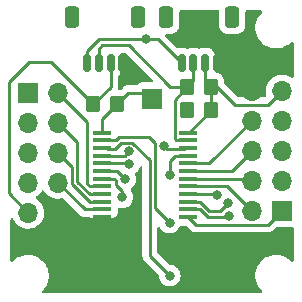
<source format=gbr>
%TF.GenerationSoftware,KiCad,Pcbnew,(6.0.7)*%
%TF.CreationDate,2022-10-11T20:39:03-05:00*%
%TF.ProjectId,PCA9535,50434139-3533-4352-9e6b-696361645f70,rev?*%
%TF.SameCoordinates,Original*%
%TF.FileFunction,Copper,L1,Top*%
%TF.FilePolarity,Positive*%
%FSLAX46Y46*%
G04 Gerber Fmt 4.6, Leading zero omitted, Abs format (unit mm)*
G04 Created by KiCad (PCBNEW (6.0.7)) date 2022-10-11 20:39:03*
%MOMM*%
%LPD*%
G01*
G04 APERTURE LIST*
G04 Aperture macros list*
%AMRoundRect*
0 Rectangle with rounded corners*
0 $1 Rounding radius*
0 $2 $3 $4 $5 $6 $7 $8 $9 X,Y pos of 4 corners*
0 Add a 4 corners polygon primitive as box body*
4,1,4,$2,$3,$4,$5,$6,$7,$8,$9,$2,$3,0*
0 Add four circle primitives for the rounded corners*
1,1,$1+$1,$2,$3*
1,1,$1+$1,$4,$5*
1,1,$1+$1,$6,$7*
1,1,$1+$1,$8,$9*
0 Add four rect primitives between the rounded corners*
20,1,$1+$1,$2,$3,$4,$5,0*
20,1,$1+$1,$4,$5,$6,$7,0*
20,1,$1+$1,$6,$7,$8,$9,0*
20,1,$1+$1,$8,$9,$2,$3,0*%
G04 Aperture macros list end*
%TA.AperFunction,SMDPad,CuDef*%
%ADD10RoundRect,0.250000X0.350000X0.650000X-0.350000X0.650000X-0.350000X-0.650000X0.350000X-0.650000X0*%
%TD*%
%TA.AperFunction,SMDPad,CuDef*%
%ADD11RoundRect,0.150000X0.150000X0.625000X-0.150000X0.625000X-0.150000X-0.625000X0.150000X-0.625000X0*%
%TD*%
%TA.AperFunction,SMDPad,CuDef*%
%ADD12R,1.639799X0.431000*%
%TD*%
%TA.AperFunction,SMDPad,CuDef*%
%ADD13RoundRect,0.250000X0.350000X0.450000X-0.350000X0.450000X-0.350000X-0.450000X0.350000X-0.450000X0*%
%TD*%
%TA.AperFunction,ComponentPad*%
%ADD14R,1.700000X1.700000*%
%TD*%
%TA.AperFunction,ComponentPad*%
%ADD15O,1.700000X1.700000*%
%TD*%
%TA.AperFunction,SMDPad,CuDef*%
%ADD16RoundRect,0.250000X-0.350000X-0.450000X0.350000X-0.450000X0.350000X0.450000X-0.350000X0.450000X0*%
%TD*%
%TA.AperFunction,ViaPad*%
%ADD17C,0.800000*%
%TD*%
%TA.AperFunction,Conductor*%
%ADD18C,0.250000*%
%TD*%
G04 APERTURE END LIST*
D10*
%TO.P,J2,MP*%
%TO.N,N/C*%
X169300000Y-75125000D03*
X163700000Y-75125000D03*
D11*
%TO.P,J2,4,Pin_4*%
%TO.N,SCL*%
X165000000Y-79000000D03*
%TO.P,J2,3,Pin_3*%
%TO.N,SDA*%
X166000000Y-79000000D03*
%TO.P,J2,2,Pin_2*%
%TO.N,+3.3V*%
X167000000Y-79000000D03*
%TO.P,J2,1,Pin_1*%
%TO.N,GND*%
X168000000Y-79000000D03*
%TD*%
%TO.P,J1,1,Pin_1*%
%TO.N,GND*%
X176000000Y-79000000D03*
%TO.P,J1,2,Pin_2*%
%TO.N,+3.3V*%
X175000000Y-79000000D03*
%TO.P,J1,3,Pin_3*%
%TO.N,SDA*%
X174000000Y-79000000D03*
%TO.P,J1,4,Pin_4*%
%TO.N,SCL*%
X173000000Y-79000000D03*
D10*
%TO.P,J1,MP*%
%TO.N,N/C*%
X171700000Y-75125000D03*
X177300000Y-75125000D03*
%TD*%
D12*
%TO.P,U1,1,\u002AINT*%
%TO.N,INT*%
X166286900Y-84877501D03*
%TO.P,U1,2,A1*%
%TO.N,A1*%
X166286900Y-85527500D03*
%TO.P,U1,3,A2*%
%TO.N,A2*%
X166286900Y-86177498D03*
%TO.P,U1,4,P00*%
%TO.N,P00*%
X166286900Y-86827499D03*
%TO.P,U1,5,P01*%
%TO.N,P01*%
X166286900Y-87477498D03*
%TO.P,U1,6,P02*%
%TO.N,P02*%
X166286900Y-88127499D03*
%TO.P,U1,7,P03*%
%TO.N,P03*%
X166286900Y-88777498D03*
%TO.P,U1,8,P04*%
%TO.N,P04*%
X166286900Y-89427499D03*
%TO.P,U1,9,P05*%
%TO.N,P05*%
X166286900Y-90077498D03*
%TO.P,U1,10,P06*%
%TO.N,P06*%
X166286900Y-90727499D03*
%TO.P,U1,11,P07*%
%TO.N,P07*%
X166286900Y-91377498D03*
%TO.P,U1,12,GND*%
%TO.N,GND*%
X166286900Y-92027499D03*
%TO.P,U1,13,P10*%
%TO.N,P10*%
X173551300Y-92027499D03*
%TO.P,U1,14,P11*%
%TO.N,P11*%
X173551300Y-91377500D03*
%TO.P,U1,15,P12*%
%TO.N,P12*%
X173551300Y-90727499D03*
%TO.P,U1,16,P13*%
%TO.N,P13*%
X173551300Y-90077501D03*
%TO.P,U1,17,P14*%
%TO.N,P14*%
X173551300Y-89427499D03*
%TO.P,U1,18,P15*%
%TO.N,P15*%
X173551300Y-88777501D03*
%TO.P,U1,19,P16*%
%TO.N,P16*%
X173551300Y-88127502D03*
%TO.P,U1,20,P17*%
%TO.N,P17*%
X173551300Y-87477501D03*
%TO.P,U1,21,A0*%
%TO.N,A0*%
X173551300Y-86827502D03*
%TO.P,U1,22,SCL*%
%TO.N,SCL*%
X173551300Y-86177501D03*
%TO.P,U1,23,SDA*%
%TO.N,SDA*%
X173551300Y-85527502D03*
%TO.P,U1,24,VCC*%
%TO.N,+3.3V*%
X173551300Y-84877501D03*
%TD*%
D13*
%TO.P,R1,1*%
%TO.N,+3.3V*%
X175500000Y-83000000D03*
%TO.P,R1,2*%
%TO.N,SCL*%
X173500000Y-83000000D03*
%TD*%
%TO.P,R2,1*%
%TO.N,+3.3V*%
X175500000Y-81000000D03*
%TO.P,R2,2*%
%TO.N,SDA*%
X173500000Y-81000000D03*
%TD*%
D14*
%TO.P,J6,1,Pin_1*%
%TO.N,P10*%
X181500000Y-91500000D03*
D15*
%TO.P,J6,2,Pin_2*%
%TO.N,P14*%
X178960000Y-91500000D03*
%TO.P,J6,3,Pin_3*%
%TO.N,P11*%
X181500000Y-88960000D03*
%TO.P,J6,4,Pin_4*%
%TO.N,P15*%
X178960000Y-88960000D03*
%TO.P,J6,5,Pin_5*%
%TO.N,P12*%
X181500000Y-86420000D03*
%TO.P,J6,6,Pin_6*%
%TO.N,P16*%
X178960000Y-86420000D03*
%TO.P,J6,7,Pin_7*%
%TO.N,P13*%
X181500000Y-83880000D03*
%TO.P,J6,8,Pin_8*%
%TO.N,P17*%
X178960000Y-83880000D03*
%TO.P,J6,9,Pin_9*%
%TO.N,+3.3V*%
X181500000Y-81340000D03*
%TO.P,J6,10,Pin_10*%
%TO.N,GND*%
X178960000Y-81340000D03*
%TD*%
D14*
%TO.P,J4,1,Pin_1*%
%TO.N,INT*%
X170500000Y-82000000D03*
%TD*%
%TO.P,J3,1,Pin_1*%
%TO.N,P00*%
X160000000Y-81500000D03*
D15*
%TO.P,J3,2,Pin_2*%
%TO.N,P04*%
X162540000Y-81500000D03*
%TO.P,J3,3,Pin_3*%
%TO.N,P01*%
X160000000Y-84040000D03*
%TO.P,J3,4,Pin_4*%
%TO.N,P05*%
X162540000Y-84040000D03*
%TO.P,J3,5,Pin_5*%
%TO.N,P02*%
X160000000Y-86580000D03*
%TO.P,J3,6,Pin_6*%
%TO.N,P06*%
X162540000Y-86580000D03*
%TO.P,J3,7,Pin_7*%
%TO.N,P03*%
X160000000Y-89120000D03*
%TO.P,J3,8,Pin_8*%
%TO.N,P07*%
X162540000Y-89120000D03*
%TO.P,J3,9,Pin_9*%
%TO.N,+3.3V*%
X160000000Y-91660000D03*
%TO.P,J3,10,Pin_10*%
%TO.N,GND*%
X162540000Y-91660000D03*
%TD*%
D16*
%TO.P,R3,1*%
%TO.N,+3.3V*%
X165500000Y-82500000D03*
%TO.P,R3,2*%
%TO.N,INT*%
X167500000Y-82500000D03*
%TD*%
D17*
%TO.N,GND*%
X169000000Y-79500000D03*
%TO.N,SCL*%
X173500000Y-83000000D03*
X170000000Y-77000000D03*
X171500000Y-86000000D03*
%TO.N,GND*%
X163166000Y-96448000D03*
X174342000Y-95178000D03*
%TO.N,P00*%
X168538534Y-86464740D03*
%TO.N,P01*%
X168584386Y-87535190D03*
%TO.N,P02*%
X168232512Y-88846070D03*
%TO.N,P03*%
X168000000Y-90352000D03*
%TO.N,P11*%
X177000000Y-91950500D03*
%TO.N,P12*%
X176911351Y-90862348D03*
%TO.N,P13*%
X176000000Y-90151999D03*
%TO.N,A1*%
X172000000Y-92500000D03*
%TO.N,A2*%
X172000000Y-97000000D03*
%TO.N,A0*%
X172000000Y-88500000D03*
%TD*%
D18*
%TO.N,SDA*%
X172406401Y-85418001D02*
X172406401Y-82093599D01*
X172406401Y-82093599D02*
X173500000Y-81000000D01*
%TO.N,+3.3V*%
X173551300Y-84877501D02*
X173622499Y-84877501D01*
X173622499Y-84877501D02*
X175500000Y-83000000D01*
X161925000Y-78925000D02*
X165500000Y-82500000D01*
X160075000Y-78925000D02*
X161925000Y-78925000D01*
X175000000Y-80500000D02*
X175500000Y-81000000D01*
X175000000Y-79000000D02*
X175000000Y-80500000D01*
%TO.N,SDA*%
X166000000Y-77803249D02*
X166000000Y-79000000D01*
X166303249Y-77500000D02*
X166000000Y-77803249D01*
X168531444Y-77500000D02*
X166303249Y-77500000D01*
X173500000Y-81000000D02*
X172031444Y-81000000D01*
X172031444Y-81000000D02*
X168531444Y-77500000D01*
X174000000Y-80500000D02*
X173500000Y-81000000D01*
X174000000Y-79000000D02*
X174000000Y-80500000D01*
%TO.N,SCL*%
X171000000Y-77000000D02*
X170000000Y-77000000D01*
X173000000Y-79000000D02*
X171000000Y-77000000D01*
X165000000Y-78000000D02*
X165000000Y-79000000D01*
X166000000Y-77000000D02*
X165000000Y-78000000D01*
X170000000Y-77000000D02*
X166000000Y-77000000D01*
%TO.N,INT*%
X168500000Y-81500000D02*
X170500000Y-81500000D01*
X167500000Y-82500000D02*
X168500000Y-81500000D01*
X166286900Y-83713100D02*
X167500000Y-82500000D01*
X166286900Y-84877501D02*
X166286900Y-83713100D01*
%TO.N,+3.3V*%
X167000000Y-81000000D02*
X167000000Y-79000000D01*
X165500000Y-82500000D02*
X167000000Y-81000000D01*
X160000000Y-91660000D02*
X158363557Y-90023557D01*
X158363557Y-90023557D02*
X158363557Y-80636443D01*
X177515000Y-82515000D02*
X180325000Y-82515000D01*
X175500000Y-80500000D02*
X175500000Y-82500000D01*
X180325000Y-82515000D02*
X181500000Y-81340000D01*
X158363557Y-80636443D02*
X160075000Y-78925000D01*
X175500000Y-80500000D02*
X177515000Y-82515000D01*
X175500000Y-82928801D02*
X175500000Y-82500000D01*
%TO.N,SDA*%
X172515902Y-85527502D02*
X172406401Y-85418001D01*
X173551300Y-85527502D02*
X172515902Y-85527502D01*
%TO.N,SCL*%
X171787002Y-86287002D02*
X173287002Y-86287002D01*
X171500000Y-86000000D02*
X171787002Y-86287002D01*
%TO.N,P00*%
X168538534Y-86464740D02*
X168175775Y-86827499D01*
X168175775Y-86827499D02*
X166286900Y-86827499D01*
%TO.N,P01*%
X168584386Y-87535190D02*
X168526694Y-87477498D01*
X168526694Y-87477498D02*
X166286900Y-87477498D01*
%TO.N,P02*%
X168232512Y-88846070D02*
X167513941Y-88127499D01*
X167513941Y-88127499D02*
X166286900Y-88127499D01*
%TO.N,P03*%
X168000000Y-89852000D02*
X167431799Y-89283799D01*
X168000000Y-90352000D02*
X168000000Y-89852000D01*
X167431799Y-89283799D02*
X167431799Y-88886999D01*
X167431799Y-88886999D02*
X167322298Y-88777498D01*
X167322298Y-88777498D02*
X166286900Y-88777498D01*
%TO.N,P04*%
X165000000Y-83960000D02*
X162540000Y-81500000D01*
X165217001Y-89427499D02*
X165000000Y-89210498D01*
X166286900Y-89427499D02*
X165217001Y-89427499D01*
X165000000Y-89210498D02*
X165000000Y-83960000D01*
%TO.N,P06*%
X163715000Y-89225498D02*
X163715000Y-87755000D01*
X165217001Y-90727499D02*
X163715000Y-89225498D01*
X163715000Y-87755000D02*
X162540000Y-86580000D01*
X166286900Y-90727499D02*
X165217001Y-90727499D01*
%TO.N,P07*%
X166286900Y-91377498D02*
X164797498Y-91377498D01*
X164797498Y-91377498D02*
X162540000Y-89120000D01*
%TO.N,P10*%
X180325000Y-92675000D02*
X181500000Y-91500000D01*
X173551300Y-92027499D02*
X174198801Y-92675000D01*
X174198801Y-92675000D02*
X180325000Y-92675000D01*
%TO.N,P11*%
X174586700Y-91377500D02*
X173551300Y-91377500D01*
X175209200Y-92000000D02*
X174586700Y-91377500D01*
X177000000Y-91950500D02*
X176950500Y-92000000D01*
X176950500Y-92000000D02*
X175209200Y-92000000D01*
%TO.N,P12*%
X174573095Y-90727499D02*
X173551300Y-90727499D01*
X175345596Y-91500000D02*
X174573095Y-90727499D01*
X176911351Y-90862348D02*
X176273699Y-91500000D01*
X176273699Y-91500000D02*
X175345596Y-91500000D01*
%TO.N,P13*%
X175925502Y-90077501D02*
X176000000Y-90151999D01*
X173551300Y-90077501D02*
X175925502Y-90077501D01*
%TO.N,P14*%
X176887499Y-89427499D02*
X178960000Y-91500000D01*
X173551300Y-89427499D02*
X176887499Y-89427499D01*
%TO.N,P15*%
X173551300Y-88777501D02*
X178777501Y-88777501D01*
X178777501Y-88777501D02*
X178960000Y-88960000D01*
%TO.N,P16*%
X173551300Y-88127502D02*
X177252498Y-88127502D01*
X177252498Y-88127502D02*
X178960000Y-86420000D01*
%TO.N,P17*%
X175362499Y-87477501D02*
X178960000Y-83880000D01*
X173551300Y-87477501D02*
X175362499Y-87477501D01*
%TO.N,A1*%
X167736593Y-85238102D02*
X167447195Y-85527500D01*
X170238102Y-85238102D02*
X167736593Y-85238102D01*
X167447195Y-85527500D02*
X166286900Y-85527500D01*
X170775000Y-85775000D02*
X170238102Y-85238102D01*
X170775000Y-91275000D02*
X170775000Y-85775000D01*
X172000000Y-92500000D02*
X170775000Y-91275000D01*
%TO.N,A2*%
X170325000Y-95325000D02*
X170325000Y-87225901D01*
X167324092Y-86286999D02*
X166713001Y-86286999D01*
X172000000Y-97000000D02*
X170325000Y-95325000D01*
X168838839Y-85739740D02*
X167871351Y-85739740D01*
X170325000Y-87225901D02*
X168838839Y-85739740D01*
X167871351Y-85739740D02*
X167324092Y-86286999D01*
%TO.N,P05*%
X164165000Y-89025497D02*
X164165000Y-85665000D01*
X165217001Y-90077498D02*
X164165000Y-89025497D01*
X166286900Y-90077498D02*
X165217001Y-90077498D01*
X164165000Y-85665000D02*
X162540000Y-84040000D01*
%TO.N,A0*%
X173551300Y-86827502D02*
X172481401Y-86827502D01*
X172000000Y-87308903D02*
X172000000Y-88500000D01*
X172481401Y-86827502D02*
X172000000Y-87308903D01*
%TD*%
%TA.AperFunction,Conductor*%
%TO.N,GND*%
G36*
X169621094Y-87750270D02*
G01*
X169673400Y-87798276D01*
X169691500Y-87863342D01*
X169691500Y-95246233D01*
X169690973Y-95257416D01*
X169689298Y-95264909D01*
X169689547Y-95272835D01*
X169689547Y-95272836D01*
X169691438Y-95332986D01*
X169691500Y-95336945D01*
X169691500Y-95364856D01*
X169691997Y-95368790D01*
X169691997Y-95368791D01*
X169692005Y-95368856D01*
X169692938Y-95380693D01*
X169694327Y-95424889D01*
X169699978Y-95444339D01*
X169703987Y-95463700D01*
X169706526Y-95483797D01*
X169709445Y-95491168D01*
X169709445Y-95491170D01*
X169722804Y-95524912D01*
X169726649Y-95536142D01*
X169738982Y-95578593D01*
X169743015Y-95585412D01*
X169743017Y-95585417D01*
X169749293Y-95596028D01*
X169757988Y-95613776D01*
X169765448Y-95632617D01*
X169770110Y-95639033D01*
X169770110Y-95639034D01*
X169791436Y-95668387D01*
X169797952Y-95678307D01*
X169812712Y-95703264D01*
X169820458Y-95716362D01*
X169834779Y-95730683D01*
X169847619Y-95745716D01*
X169859528Y-95762107D01*
X169885521Y-95783610D01*
X169893605Y-95790298D01*
X169902384Y-95798288D01*
X171052878Y-96948782D01*
X171086904Y-97011094D01*
X171089093Y-97024707D01*
X171102650Y-97153693D01*
X171106458Y-97189928D01*
X171165473Y-97371556D01*
X171260960Y-97536944D01*
X171265378Y-97541851D01*
X171265379Y-97541852D01*
X171368292Y-97656148D01*
X171388747Y-97678866D01*
X171543248Y-97791118D01*
X171549276Y-97793802D01*
X171549278Y-97793803D01*
X171686568Y-97854928D01*
X171717712Y-97868794D01*
X171811112Y-97888647D01*
X171898056Y-97907128D01*
X171898061Y-97907128D01*
X171904513Y-97908500D01*
X172095487Y-97908500D01*
X172101939Y-97907128D01*
X172101944Y-97907128D01*
X172188888Y-97888647D01*
X172282288Y-97868794D01*
X172313432Y-97854928D01*
X172450722Y-97793803D01*
X172450724Y-97793802D01*
X172456752Y-97791118D01*
X172611253Y-97678866D01*
X172631708Y-97656148D01*
X172734621Y-97541852D01*
X172734622Y-97541851D01*
X172739040Y-97536944D01*
X172834527Y-97371556D01*
X172893542Y-97189928D01*
X172896866Y-97158308D01*
X172912814Y-97006565D01*
X172913504Y-97000000D01*
X172897842Y-96850980D01*
X172894232Y-96816635D01*
X172894232Y-96816633D01*
X172893542Y-96810072D01*
X172834527Y-96628444D01*
X172739040Y-96463056D01*
X172662617Y-96378179D01*
X172615675Y-96326045D01*
X172615674Y-96326044D01*
X172611253Y-96321134D01*
X172456752Y-96208882D01*
X172450724Y-96206198D01*
X172450722Y-96206197D01*
X172288319Y-96133891D01*
X172288318Y-96133891D01*
X172282288Y-96131206D01*
X172178683Y-96109184D01*
X172101944Y-96092872D01*
X172101939Y-96092872D01*
X172095487Y-96091500D01*
X172039594Y-96091500D01*
X171971473Y-96071498D01*
X171950503Y-96054599D01*
X170995403Y-95099498D01*
X170961379Y-95037188D01*
X170958500Y-95010405D01*
X170958500Y-92983306D01*
X170978502Y-92915185D01*
X171032158Y-92868692D01*
X171102432Y-92858588D01*
X171167012Y-92888082D01*
X171193619Y-92920306D01*
X171260960Y-93036944D01*
X171265378Y-93041851D01*
X171265379Y-93041852D01*
X171384325Y-93173955D01*
X171388747Y-93178866D01*
X171456049Y-93227764D01*
X171534873Y-93285033D01*
X171543248Y-93291118D01*
X171549276Y-93293802D01*
X171549278Y-93293803D01*
X171592890Y-93313220D01*
X171717712Y-93368794D01*
X171811113Y-93388647D01*
X171898056Y-93407128D01*
X171898061Y-93407128D01*
X171904513Y-93408500D01*
X172095487Y-93408500D01*
X172101939Y-93407128D01*
X172101944Y-93407128D01*
X172188888Y-93388647D01*
X172282288Y-93368794D01*
X172407110Y-93313220D01*
X172450722Y-93293803D01*
X172450724Y-93293802D01*
X172456752Y-93291118D01*
X172465128Y-93285033D01*
X172543951Y-93227764D01*
X172611253Y-93178866D01*
X172615675Y-93173955D01*
X172734621Y-93041852D01*
X172734622Y-93041851D01*
X172739040Y-93036944D01*
X172820758Y-92895405D01*
X172831223Y-92877279D01*
X172831224Y-92877278D01*
X172834527Y-92871556D01*
X172845247Y-92838563D01*
X172885320Y-92779957D01*
X172950717Y-92752320D01*
X172965080Y-92751499D01*
X173327206Y-92751499D01*
X173395327Y-92771501D01*
X173416301Y-92788404D01*
X173695144Y-93067247D01*
X173702688Y-93075537D01*
X173706801Y-93082018D01*
X173712578Y-93087443D01*
X173756468Y-93128658D01*
X173759310Y-93131413D01*
X173779032Y-93151135D01*
X173782174Y-93153572D01*
X173782234Y-93153619D01*
X173791246Y-93161317D01*
X173814954Y-93183580D01*
X173823480Y-93191586D01*
X173830423Y-93195403D01*
X173841232Y-93201345D01*
X173857754Y-93212198D01*
X173873760Y-93224614D01*
X173881038Y-93227764D01*
X173881039Y-93227764D01*
X173914338Y-93242174D01*
X173924988Y-93247391D01*
X173963741Y-93268695D01*
X173971416Y-93270666D01*
X173971417Y-93270666D01*
X173983363Y-93273733D01*
X174002068Y-93280137D01*
X174020656Y-93288181D01*
X174028479Y-93289420D01*
X174028489Y-93289423D01*
X174064325Y-93295099D01*
X174075945Y-93297505D01*
X174107760Y-93305673D01*
X174118771Y-93308500D01*
X174139025Y-93308500D01*
X174158735Y-93310051D01*
X174178744Y-93313220D01*
X174186636Y-93312474D01*
X174205381Y-93310702D01*
X174222763Y-93309059D01*
X174234620Y-93308500D01*
X180246233Y-93308500D01*
X180257416Y-93309027D01*
X180264909Y-93310702D01*
X180272835Y-93310453D01*
X180272836Y-93310453D01*
X180332986Y-93308562D01*
X180336945Y-93308500D01*
X180364856Y-93308500D01*
X180368791Y-93308003D01*
X180368856Y-93307995D01*
X180380693Y-93307062D01*
X180412951Y-93306048D01*
X180416970Y-93305922D01*
X180424889Y-93305673D01*
X180444343Y-93300021D01*
X180463700Y-93296013D01*
X180475930Y-93294468D01*
X180475931Y-93294468D01*
X180483797Y-93293474D01*
X180491168Y-93290555D01*
X180491170Y-93290555D01*
X180524912Y-93277196D01*
X180536142Y-93273351D01*
X180570983Y-93263229D01*
X180570984Y-93263229D01*
X180578593Y-93261018D01*
X180585412Y-93256985D01*
X180585417Y-93256983D01*
X180596028Y-93250707D01*
X180613776Y-93242012D01*
X180632617Y-93234552D01*
X180668387Y-93208564D01*
X180678307Y-93202048D01*
X180709535Y-93183580D01*
X180709538Y-93183578D01*
X180716362Y-93179542D01*
X180730683Y-93165221D01*
X180745717Y-93152380D01*
X180747431Y-93151135D01*
X180762107Y-93140472D01*
X180790298Y-93106395D01*
X180798288Y-93097616D01*
X181000499Y-92895405D01*
X181062811Y-92861379D01*
X181089594Y-92858500D01*
X182365500Y-92858500D01*
X182433621Y-92878502D01*
X182480114Y-92932158D01*
X182491500Y-92984500D01*
X182491500Y-95699708D01*
X182471498Y-95767829D01*
X182417842Y-95814322D01*
X182347568Y-95824426D01*
X182282988Y-95794932D01*
X182271497Y-95783610D01*
X182224982Y-95731494D01*
X182024030Y-95564363D01*
X181903412Y-95491170D01*
X181804578Y-95431196D01*
X181804574Y-95431194D01*
X181800581Y-95428771D01*
X181559545Y-95327697D01*
X181306217Y-95263359D01*
X181301566Y-95262891D01*
X181301562Y-95262890D01*
X181092271Y-95241816D01*
X181089133Y-95241500D01*
X180933646Y-95241500D01*
X180931321Y-95241673D01*
X180931315Y-95241673D01*
X180744000Y-95255593D01*
X180743996Y-95255594D01*
X180739348Y-95255939D01*
X180734800Y-95256968D01*
X180734794Y-95256969D01*
X180548399Y-95299147D01*
X180484423Y-95313623D01*
X180480071Y-95315315D01*
X180480069Y-95315316D01*
X180245176Y-95406660D01*
X180245173Y-95406661D01*
X180240823Y-95408353D01*
X180236769Y-95410670D01*
X180236767Y-95410671D01*
X180161200Y-95453861D01*
X180013902Y-95538049D01*
X179808643Y-95699862D01*
X179629557Y-95890237D01*
X179480576Y-96104991D01*
X179478510Y-96109181D01*
X179478508Y-96109184D01*
X179429343Y-96208882D01*
X179364975Y-96339407D01*
X179363553Y-96343850D01*
X179363552Y-96343852D01*
X179286720Y-96583877D01*
X179285293Y-96588335D01*
X179243279Y-96846307D01*
X179239858Y-97107655D01*
X179275104Y-97366638D01*
X179276412Y-97371124D01*
X179276412Y-97371126D01*
X179296098Y-97438664D01*
X179348243Y-97617567D01*
X179457668Y-97854928D01*
X179481197Y-97890816D01*
X179598410Y-98069596D01*
X179598414Y-98069601D01*
X179600976Y-98073509D01*
X179775018Y-98268506D01*
X179778611Y-98271494D01*
X179781978Y-98274746D01*
X179780400Y-98276380D01*
X179814782Y-98327680D01*
X179816149Y-98398663D01*
X179778923Y-98459118D01*
X179714922Y-98489849D01*
X179694592Y-98491500D01*
X161302859Y-98491500D01*
X161234738Y-98471498D01*
X161188245Y-98417842D01*
X161178141Y-98347568D01*
X161211084Y-98279167D01*
X161367237Y-98113171D01*
X161370443Y-98109763D01*
X161519424Y-97895009D01*
X161569333Y-97793803D01*
X161632960Y-97664781D01*
X161632961Y-97664778D01*
X161635025Y-97660593D01*
X161676436Y-97531226D01*
X161713280Y-97416123D01*
X161714707Y-97411665D01*
X161756721Y-97153693D01*
X161760142Y-96892345D01*
X161724896Y-96633362D01*
X161721795Y-96622721D01*
X161653068Y-96386932D01*
X161651757Y-96382433D01*
X161542332Y-96145072D01*
X161483013Y-96054595D01*
X161401590Y-95930404D01*
X161401586Y-95930399D01*
X161399024Y-95926491D01*
X161224982Y-95731494D01*
X161024030Y-95564363D01*
X160903412Y-95491170D01*
X160804578Y-95431196D01*
X160804574Y-95431194D01*
X160800581Y-95428771D01*
X160559545Y-95327697D01*
X160306217Y-95263359D01*
X160301566Y-95262891D01*
X160301562Y-95262890D01*
X160092271Y-95241816D01*
X160089133Y-95241500D01*
X159933646Y-95241500D01*
X159931321Y-95241673D01*
X159931315Y-95241673D01*
X159744000Y-95255593D01*
X159743996Y-95255594D01*
X159739348Y-95255939D01*
X159734800Y-95256968D01*
X159734794Y-95256969D01*
X159548399Y-95299147D01*
X159484423Y-95313623D01*
X159480071Y-95315315D01*
X159480069Y-95315316D01*
X159245176Y-95406660D01*
X159245173Y-95406661D01*
X159240823Y-95408353D01*
X159236769Y-95410670D01*
X159236767Y-95410671D01*
X159161200Y-95453861D01*
X159013902Y-95538049D01*
X158808643Y-95699862D01*
X158787843Y-95721973D01*
X158726275Y-95787422D01*
X158665031Y-95823334D01*
X158594093Y-95820434D01*
X158535985Y-95779643D01*
X158509154Y-95713912D01*
X158508500Y-95701089D01*
X158508500Y-92243156D01*
X158528502Y-92175035D01*
X158582158Y-92128542D01*
X158652432Y-92118438D01*
X158717012Y-92147932D01*
X158751243Y-92195752D01*
X158770492Y-92243156D01*
X158783266Y-92274616D01*
X158899987Y-92465088D01*
X159046250Y-92633938D01*
X159218126Y-92776632D01*
X159411000Y-92889338D01*
X159619692Y-92969030D01*
X159624760Y-92970061D01*
X159624763Y-92970062D01*
X159689860Y-92983306D01*
X159838597Y-93013567D01*
X159843772Y-93013757D01*
X159843774Y-93013757D01*
X160056673Y-93021564D01*
X160056677Y-93021564D01*
X160061837Y-93021753D01*
X160066957Y-93021097D01*
X160066959Y-93021097D01*
X160278288Y-92994025D01*
X160278289Y-92994025D01*
X160283416Y-92993368D01*
X160288366Y-92991883D01*
X160492429Y-92930661D01*
X160492434Y-92930659D01*
X160497384Y-92929174D01*
X160697994Y-92830896D01*
X160879860Y-92701173D01*
X160891145Y-92689928D01*
X161034435Y-92547137D01*
X161038096Y-92543489D01*
X161097594Y-92460689D01*
X161165435Y-92366277D01*
X161168453Y-92362077D01*
X161250656Y-92195752D01*
X161265136Y-92166453D01*
X161265137Y-92166451D01*
X161267430Y-92161811D01*
X161319424Y-91990679D01*
X161330865Y-91953023D01*
X161330865Y-91953021D01*
X161332370Y-91948069D01*
X161361529Y-91726590D01*
X161363156Y-91660000D01*
X161344852Y-91437361D01*
X161290431Y-91220702D01*
X161201354Y-91015840D01*
X161161906Y-90954862D01*
X161082822Y-90832617D01*
X161082820Y-90832614D01*
X161080014Y-90828277D01*
X160929670Y-90663051D01*
X160925619Y-90659852D01*
X160925615Y-90659848D01*
X160758414Y-90527800D01*
X160758410Y-90527798D01*
X160754359Y-90524598D01*
X160713053Y-90501796D01*
X160663084Y-90451364D01*
X160648312Y-90381921D01*
X160673428Y-90315516D01*
X160700780Y-90288909D01*
X160746022Y-90256638D01*
X160879860Y-90161173D01*
X161038096Y-90003489D01*
X161054656Y-89980444D01*
X161168453Y-89822077D01*
X161169776Y-89823028D01*
X161216645Y-89779857D01*
X161286580Y-89767625D01*
X161352026Y-89795144D01*
X161379875Y-89826994D01*
X161439987Y-89925088D01*
X161586250Y-90093938D01*
X161758126Y-90236632D01*
X161951000Y-90349338D01*
X162159692Y-90429030D01*
X162164760Y-90430061D01*
X162164763Y-90430062D01*
X162269466Y-90451364D01*
X162378597Y-90473567D01*
X162383772Y-90473757D01*
X162383774Y-90473757D01*
X162596673Y-90481564D01*
X162596677Y-90481564D01*
X162601837Y-90481753D01*
X162606957Y-90481097D01*
X162606959Y-90481097D01*
X162818288Y-90454025D01*
X162818289Y-90454025D01*
X162823416Y-90453368D01*
X162828367Y-90451883D01*
X162828370Y-90451882D01*
X162869829Y-90439444D01*
X162940825Y-90439028D01*
X162995131Y-90471035D01*
X164293841Y-91769745D01*
X164301385Y-91778035D01*
X164305498Y-91784516D01*
X164311275Y-91789941D01*
X164355165Y-91831156D01*
X164358007Y-91833911D01*
X164377728Y-91853632D01*
X164380923Y-91856110D01*
X164389945Y-91863816D01*
X164422177Y-91894084D01*
X164429126Y-91897904D01*
X164439930Y-91903844D01*
X164456454Y-91914697D01*
X164472457Y-91927111D01*
X164513041Y-91944674D01*
X164523671Y-91949881D01*
X164562438Y-91971193D01*
X164570115Y-91973164D01*
X164570120Y-91973166D01*
X164582056Y-91976230D01*
X164600764Y-91982635D01*
X164619353Y-91990679D01*
X164627181Y-91991919D01*
X164627188Y-91991921D01*
X164663022Y-91997597D01*
X164674642Y-92000003D01*
X164709787Y-92009026D01*
X164717468Y-92010998D01*
X164737722Y-92010998D01*
X164757432Y-92012549D01*
X164777441Y-92015718D01*
X164785333Y-92014972D01*
X164821459Y-92011557D01*
X164833317Y-92010998D01*
X165134803Y-92010998D01*
X165202924Y-92031000D01*
X165210370Y-92036174D01*
X165220296Y-92043613D01*
X165356685Y-92094743D01*
X165418867Y-92101498D01*
X167154933Y-92101498D01*
X167217115Y-92094743D01*
X167353504Y-92043613D01*
X167470060Y-91956259D01*
X167557414Y-91839703D01*
X167608544Y-91703314D01*
X167615299Y-91641132D01*
X167615299Y-91354623D01*
X167635301Y-91286502D01*
X167688957Y-91240009D01*
X167759231Y-91229905D01*
X167767496Y-91231376D01*
X167898056Y-91259128D01*
X167898061Y-91259128D01*
X167904513Y-91260500D01*
X168095487Y-91260500D01*
X168101939Y-91259128D01*
X168101944Y-91259128D01*
X168191889Y-91240009D01*
X168282288Y-91220794D01*
X168293159Y-91215954D01*
X168450722Y-91145803D01*
X168450724Y-91145802D01*
X168456752Y-91143118D01*
X168611253Y-91030866D01*
X168620506Y-91020590D01*
X168734621Y-90893852D01*
X168734622Y-90893851D01*
X168739040Y-90888944D01*
X168834527Y-90723556D01*
X168893542Y-90541928D01*
X168895364Y-90524598D01*
X168912814Y-90358565D01*
X168913504Y-90352000D01*
X168901653Y-90239242D01*
X168894232Y-90168635D01*
X168894232Y-90168633D01*
X168893542Y-90162072D01*
X168834527Y-89980444D01*
X168739040Y-89815056D01*
X168716173Y-89789659D01*
X168685457Y-89725655D01*
X168694220Y-89655201D01*
X168735749Y-89603415D01*
X168830806Y-89534351D01*
X168843765Y-89524936D01*
X168913327Y-89447680D01*
X168967133Y-89387922D01*
X168967134Y-89387921D01*
X168971552Y-89383014D01*
X169067039Y-89217626D01*
X169126054Y-89035998D01*
X169146016Y-88846070D01*
X169126054Y-88656142D01*
X169067039Y-88474514D01*
X169055829Y-88455098D01*
X169039092Y-88386102D01*
X169062313Y-88319011D01*
X169090887Y-88290163D01*
X169095681Y-88286680D01*
X169195639Y-88214056D01*
X169299775Y-88098401D01*
X169319007Y-88077042D01*
X169319008Y-88077041D01*
X169323426Y-88072134D01*
X169388151Y-87960027D01*
X169415609Y-87912469D01*
X169415610Y-87912468D01*
X169418913Y-87906746D01*
X169445667Y-87824406D01*
X169485741Y-87765800D01*
X169551137Y-87738163D01*
X169621094Y-87750270D01*
G37*
%TD.AperFunction*%
%TA.AperFunction,Conductor*%
G36*
X176133621Y-74528502D02*
G01*
X176180114Y-74582158D01*
X176191500Y-74634500D01*
X176191500Y-75825400D01*
X176202474Y-75931166D01*
X176258450Y-76098946D01*
X176351522Y-76249348D01*
X176476697Y-76374305D01*
X176482927Y-76378145D01*
X176482928Y-76378146D01*
X176620090Y-76462694D01*
X176627262Y-76467115D01*
X176700546Y-76491422D01*
X176788611Y-76520632D01*
X176788613Y-76520632D01*
X176795139Y-76522797D01*
X176801975Y-76523497D01*
X176801978Y-76523498D01*
X176845031Y-76527909D01*
X176899600Y-76533500D01*
X177700400Y-76533500D01*
X177703646Y-76533163D01*
X177703650Y-76533163D01*
X177799308Y-76523238D01*
X177799312Y-76523237D01*
X177806166Y-76522526D01*
X177812702Y-76520345D01*
X177812704Y-76520345D01*
X177963827Y-76469926D01*
X177973946Y-76466550D01*
X178124348Y-76373478D01*
X178249305Y-76248303D01*
X178310504Y-76149020D01*
X178338275Y-76103968D01*
X178338276Y-76103966D01*
X178342115Y-76097738D01*
X178397797Y-75929861D01*
X178408500Y-75825400D01*
X178408500Y-74634500D01*
X178428502Y-74566379D01*
X178482158Y-74519886D01*
X178534500Y-74508500D01*
X179697141Y-74508500D01*
X179765262Y-74528502D01*
X179811755Y-74582158D01*
X179821859Y-74652432D01*
X179788916Y-74720832D01*
X179629557Y-74890237D01*
X179480576Y-75104991D01*
X179364975Y-75339407D01*
X179285293Y-75588335D01*
X179243279Y-75846307D01*
X179239858Y-76107655D01*
X179275104Y-76366638D01*
X179276412Y-76371124D01*
X179276412Y-76371126D01*
X179294444Y-76432992D01*
X179348243Y-76617567D01*
X179457668Y-76854928D01*
X179460231Y-76858837D01*
X179598410Y-77069596D01*
X179598414Y-77069601D01*
X179600976Y-77073509D01*
X179775018Y-77268506D01*
X179975970Y-77435637D01*
X179979973Y-77438066D01*
X180195422Y-77568804D01*
X180195426Y-77568806D01*
X180199419Y-77571229D01*
X180440455Y-77672303D01*
X180693783Y-77736641D01*
X180698434Y-77737109D01*
X180698438Y-77737110D01*
X180891308Y-77756531D01*
X180910867Y-77758500D01*
X181066354Y-77758500D01*
X181068679Y-77758327D01*
X181068685Y-77758327D01*
X181256000Y-77744407D01*
X181256004Y-77744406D01*
X181260652Y-77744061D01*
X181265200Y-77743032D01*
X181265206Y-77743031D01*
X181472170Y-77696199D01*
X181515577Y-77686377D01*
X181551769Y-77672303D01*
X181754824Y-77593340D01*
X181754827Y-77593339D01*
X181759177Y-77591647D01*
X181773684Y-77583356D01*
X181925907Y-77496353D01*
X181986098Y-77461951D01*
X182191357Y-77300138D01*
X182273725Y-77212578D01*
X182334969Y-77176666D01*
X182405907Y-77179566D01*
X182464015Y-77220357D01*
X182490846Y-77286088D01*
X182491500Y-77298911D01*
X182491500Y-80131817D01*
X182471498Y-80199938D01*
X182417842Y-80246431D01*
X182347568Y-80256535D01*
X182287407Y-80230698D01*
X182258415Y-80207801D01*
X182258413Y-80207800D01*
X182254359Y-80204598D01*
X182245918Y-80199938D01*
X182161778Y-80153491D01*
X182058789Y-80096638D01*
X182053920Y-80094914D01*
X182053916Y-80094912D01*
X181853087Y-80023795D01*
X181853083Y-80023794D01*
X181848212Y-80022069D01*
X181843119Y-80021162D01*
X181843116Y-80021161D01*
X181633373Y-79983800D01*
X181633367Y-79983799D01*
X181628284Y-79982894D01*
X181554452Y-79981992D01*
X181410081Y-79980228D01*
X181410079Y-79980228D01*
X181404911Y-79980165D01*
X181184091Y-80013955D01*
X180971756Y-80083357D01*
X180941443Y-80099137D01*
X180860065Y-80141500D01*
X180773607Y-80186507D01*
X180769474Y-80189610D01*
X180769471Y-80189612D01*
X180644681Y-80283307D01*
X180594965Y-80320635D01*
X180591393Y-80324373D01*
X180445033Y-80477530D01*
X180440629Y-80482138D01*
X180314743Y-80666680D01*
X180276299Y-80749500D01*
X180222897Y-80864547D01*
X180220688Y-80869305D01*
X180160989Y-81084570D01*
X180137251Y-81306695D01*
X180150110Y-81529715D01*
X180151247Y-81534761D01*
X180151248Y-81534767D01*
X180183453Y-81677668D01*
X180178917Y-81748520D01*
X180149631Y-81794464D01*
X180099500Y-81844595D01*
X180037188Y-81878621D01*
X180010405Y-81881500D01*
X177829595Y-81881500D01*
X177761474Y-81861498D01*
X177740500Y-81844595D01*
X176645405Y-80749500D01*
X176611379Y-80687188D01*
X176608500Y-80660405D01*
X176608500Y-80499600D01*
X176606532Y-80480635D01*
X176598238Y-80400692D01*
X176598237Y-80400688D01*
X176597526Y-80393834D01*
X176582773Y-80349612D01*
X176543868Y-80233002D01*
X176541550Y-80226054D01*
X176448478Y-80075652D01*
X176323303Y-79950695D01*
X176233642Y-79895427D01*
X176178968Y-79861725D01*
X176178966Y-79861724D01*
X176172738Y-79857885D01*
X176092995Y-79831436D01*
X176011389Y-79804368D01*
X176011387Y-79804368D01*
X176004861Y-79802203D01*
X175998025Y-79801503D01*
X175998022Y-79801502D01*
X175921657Y-79793678D01*
X175855930Y-79766837D01*
X175815148Y-79708722D01*
X175808500Y-79668334D01*
X175808500Y-78308498D01*
X175808144Y-78303973D01*
X175806067Y-78277579D01*
X175806066Y-78277574D01*
X175805562Y-78271169D01*
X175759145Y-78111399D01*
X175684381Y-77984980D01*
X175678491Y-77975020D01*
X175678489Y-77975017D01*
X175674453Y-77968193D01*
X175556807Y-77850547D01*
X175549983Y-77846511D01*
X175549980Y-77846509D01*
X175420427Y-77769892D01*
X175420425Y-77769891D01*
X175413601Y-77765855D01*
X175405990Y-77763644D01*
X175405988Y-77763643D01*
X175335039Y-77743031D01*
X175253831Y-77719438D01*
X175247426Y-77718934D01*
X175247421Y-77718933D01*
X175218958Y-77716693D01*
X175218950Y-77716693D01*
X175216502Y-77716500D01*
X174783498Y-77716500D01*
X174781050Y-77716693D01*
X174781042Y-77716693D01*
X174752579Y-77718933D01*
X174752574Y-77718934D01*
X174746169Y-77719438D01*
X174664961Y-77743031D01*
X174594012Y-77763643D01*
X174594010Y-77763644D01*
X174586399Y-77765855D01*
X174579576Y-77769890D01*
X174579574Y-77769891D01*
X174564137Y-77779020D01*
X174495321Y-77796478D01*
X174435863Y-77779020D01*
X174420426Y-77769891D01*
X174420424Y-77769890D01*
X174413601Y-77765855D01*
X174405990Y-77763644D01*
X174405988Y-77763643D01*
X174335039Y-77743031D01*
X174253831Y-77719438D01*
X174247426Y-77718934D01*
X174247421Y-77718933D01*
X174218958Y-77716693D01*
X174218950Y-77716693D01*
X174216502Y-77716500D01*
X173783498Y-77716500D01*
X173781050Y-77716693D01*
X173781042Y-77716693D01*
X173752579Y-77718933D01*
X173752574Y-77718934D01*
X173746169Y-77719438D01*
X173664961Y-77743031D01*
X173594012Y-77763643D01*
X173594010Y-77763644D01*
X173586399Y-77765855D01*
X173579576Y-77769890D01*
X173579574Y-77769891D01*
X173564137Y-77779020D01*
X173495321Y-77796478D01*
X173435863Y-77779020D01*
X173420426Y-77769891D01*
X173420424Y-77769890D01*
X173413601Y-77765855D01*
X173405990Y-77763644D01*
X173405988Y-77763643D01*
X173335039Y-77743031D01*
X173253831Y-77719438D01*
X173247426Y-77718934D01*
X173247421Y-77718933D01*
X173218958Y-77716693D01*
X173218950Y-77716693D01*
X173216502Y-77716500D01*
X172783498Y-77716500D01*
X172781050Y-77716693D01*
X172781042Y-77716693D01*
X172752579Y-77718933D01*
X172752574Y-77718934D01*
X172746169Y-77719438D01*
X172739997Y-77721231D01*
X172739992Y-77721232D01*
X172722901Y-77726198D01*
X172717050Y-77727898D01*
X172716351Y-77728101D01*
X172645355Y-77727898D01*
X172592105Y-77696201D01*
X171644498Y-76748593D01*
X171610474Y-76686283D01*
X171615539Y-76615467D01*
X171658086Y-76558632D01*
X171724606Y-76533821D01*
X171733595Y-76533500D01*
X172100400Y-76533500D01*
X172103646Y-76533163D01*
X172103650Y-76533163D01*
X172199308Y-76523238D01*
X172199312Y-76523237D01*
X172206166Y-76522526D01*
X172212702Y-76520345D01*
X172212704Y-76520345D01*
X172363827Y-76469926D01*
X172373946Y-76466550D01*
X172524348Y-76373478D01*
X172649305Y-76248303D01*
X172710504Y-76149020D01*
X172738275Y-76103968D01*
X172738276Y-76103966D01*
X172742115Y-76097738D01*
X172797797Y-75929861D01*
X172808500Y-75825400D01*
X172808500Y-74634500D01*
X172828502Y-74566379D01*
X172882158Y-74519886D01*
X172934500Y-74508500D01*
X176065500Y-74508500D01*
X176133621Y-74528502D01*
G37*
%TD.AperFunction*%
%TA.AperFunction,Conductor*%
G36*
X168284971Y-78153502D02*
G01*
X168305945Y-78170405D01*
X170561945Y-80426405D01*
X170595971Y-80488717D01*
X170590906Y-80559532D01*
X170548359Y-80616368D01*
X170481839Y-80641179D01*
X170472850Y-80641500D01*
X169601866Y-80641500D01*
X169539684Y-80648255D01*
X169403295Y-80699385D01*
X169286739Y-80786739D01*
X169264759Y-80816067D01*
X169207900Y-80858580D01*
X169163934Y-80866500D01*
X168578768Y-80866500D01*
X168567585Y-80865973D01*
X168560092Y-80864298D01*
X168552166Y-80864547D01*
X168552165Y-80864547D01*
X168492002Y-80866438D01*
X168488044Y-80866500D01*
X168460144Y-80866500D01*
X168456154Y-80867004D01*
X168444320Y-80867936D01*
X168400111Y-80869326D01*
X168392495Y-80871539D01*
X168392493Y-80871539D01*
X168380652Y-80874979D01*
X168361293Y-80878988D01*
X168359983Y-80879154D01*
X168341203Y-80881526D01*
X168333837Y-80884442D01*
X168333831Y-80884444D01*
X168300098Y-80897800D01*
X168288868Y-80901645D01*
X168254017Y-80911770D01*
X168246407Y-80913981D01*
X168239584Y-80918016D01*
X168228966Y-80924295D01*
X168211213Y-80932992D01*
X168203568Y-80936019D01*
X168192383Y-80940448D01*
X168185968Y-80945109D01*
X168156612Y-80966437D01*
X168146695Y-80972951D01*
X168108638Y-80995458D01*
X168094317Y-81009779D01*
X168079284Y-81022619D01*
X168062893Y-81034528D01*
X168057842Y-81040634D01*
X168034702Y-81068605D01*
X168026712Y-81077384D01*
X167849501Y-81254595D01*
X167787189Y-81288621D01*
X167760406Y-81291500D01*
X167742755Y-81291500D01*
X167674634Y-81271498D01*
X167628141Y-81217842D01*
X167618307Y-81145788D01*
X167620098Y-81134481D01*
X167622504Y-81122860D01*
X167631528Y-81087711D01*
X167631528Y-81087710D01*
X167633500Y-81080030D01*
X167633500Y-81059769D01*
X167635051Y-81040058D01*
X167636979Y-81027885D01*
X167638219Y-81020057D01*
X167634059Y-80976046D01*
X167633500Y-80964189D01*
X167633500Y-80124950D01*
X167653502Y-80056829D01*
X167664059Y-80043729D01*
X167663989Y-80043675D01*
X167668845Y-80037415D01*
X167674453Y-80031807D01*
X167678489Y-80024983D01*
X167678491Y-80024980D01*
X167755108Y-79895427D01*
X167759145Y-79888601D01*
X167805562Y-79728831D01*
X167808500Y-79691502D01*
X167808500Y-78308498D01*
X167807830Y-78299977D01*
X167805562Y-78271169D01*
X167808080Y-78270971D01*
X167814327Y-78211555D01*
X167858745Y-78156169D01*
X167930848Y-78133500D01*
X168216850Y-78133500D01*
X168284971Y-78153502D01*
G37*
%TD.AperFunction*%
%TD*%
M02*

</source>
